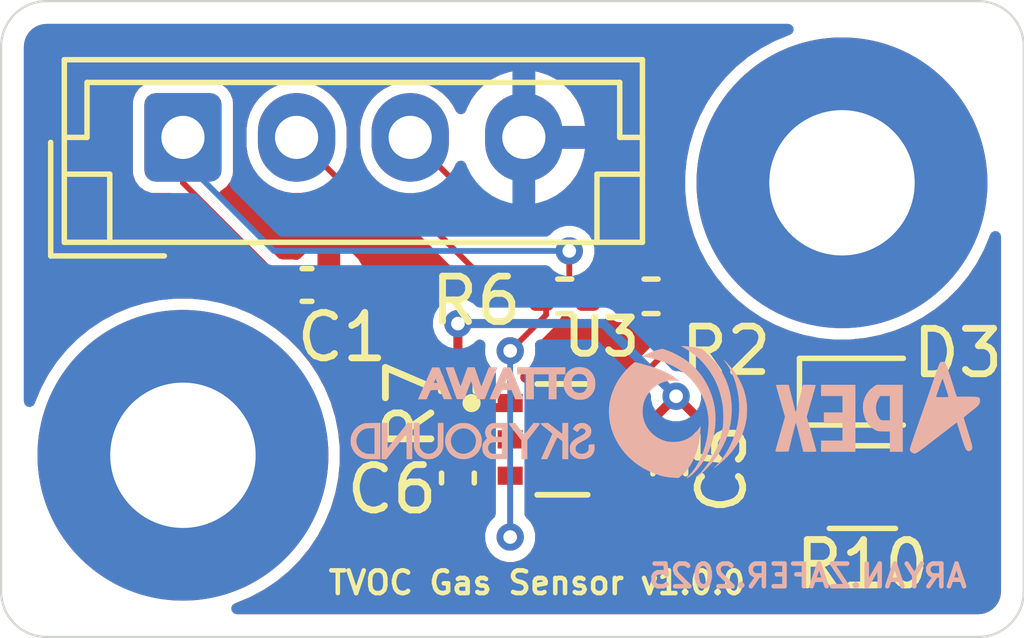
<source format=kicad_pcb>
(kicad_pcb (version 20241229) (generator "pcbnew") (generator_version "9.0")
  (title_block (title "TVOC Gas Sensor") (rev "v1.0.0") (company "Ottawa Skybound") (comment 1 "Designed by Aryan Zafer w/ Joshua Gallinger"))
  (layers (0 "F.Cu" signal) (2 "B.Cu" signal) (13 "F.Paste" user) (15 "B.Paste" user) (5 "F.SilkS" user "F.Silkscreen") (7 "B.SilkS" user "B.Silkscreen") (1 "F.Mask" user) (3 "B.Mask" user) (25 "Edge.Cuts" user))
  (net 0 "")
  (net 1 "+3.3V")
  (net 2 "GND")
  (net 3 "Net-(D3-A)")
  (net 4 "SDA")
  (net 5 "SCL")
  (net 6 "Net-(U3-VDD)")
  (footprint "LED_SMD:LED_0603_1608Metric" (layer "F.Cu") (at 155.45 100.5)
    (property "Reference" "D3" (at 2 -0.85 0) (layer "F.SilkS"))
    (property "Value" "LED" (hide yes))
    (pad "1" smd roundrect (at -0.7875 0) (size 0.875 0.95) (layers "F.Cu" "F.Mask" "F.Paste") (net 2 "GND"))
    (pad "2" smd roundrect (at 0.7875 0) (size 0.875 0.95) (layers "F.Cu" "F.Mask" "F.Paste") (net 3 "Net-(D3-A)"))
  )
  (footprint "Capacitor_SMD:C_0402_1005Metric" (layer "F.Cu") (at 151.1 102.2 -90)
    (property "Reference" "C5" (at 0 -1.16 90) (layer "F.SilkS"))
    (property "Value" "0.1uF" (hide yes))
    (pad "1" smd roundrect (at -0.48 0 270) (size 0.56 0.62) (layers "F.Cu" "F.Mask" "F.Paste") (net 1 "+3.3V"))
    (pad "2" smd roundrect (at 0.48 0 270) (size 0.56 0.62) (layers "F.Cu" "F.Mask" "F.Paste") (net 2 "GND"))
  )
  (footprint "Gas Sensor:XCDR_SGP40-D-R4" (layer "F.Cu") (at 148.75 101.55)
    (property "Reference" "U3" (at 0.865 -2.258 0) (layer "F.SilkS") (effects (font (size 0.8 0.8))))
    (property "Value" "SGP40-D-R4" (hide yes))
    (pad "1" smd rect (at -1.15 -0.8) (size 0.55 0.4) (layers "F.Cu" "F.Mask" "F.Paste") (net 6 "Net-(U3-VDD)"))
    (pad "2" smd rect (at -1.15 0) (size 0.55 0.4) (layers "F.Cu" "F.Mask" "F.Paste") (net 2 "GND"))
    (pad "3" smd rect (at -1.15 0.8) (size 0.55 0.4) (layers "F.Cu" "F.Mask" "F.Paste") (net 4 "SDA"))
    (pad "4" smd rect (at 1.15 0.8) (size 0.55 0.4) (layers "F.Cu" "F.Mask" "F.Paste") (net 2 "GND"))
    (pad "5" smd rect (at 1.15 0) (size 0.55 0.4) (layers "F.Cu" "F.Mask" "F.Paste") (net 1 "+3.3V"))
    (pad "6" smd rect (at 1.15 -0.8) (size 0.55 0.4) (layers "F.Cu" "F.Mask" "F.Paste") (net 5 "SCL"))
    (pad "7" smd custom (at 0 0) (size 1 1) (layers "F.Cu") (net 2 "GND") (options (clearance outline) (anchor rect)) (primitives (gr_poly (pts (xy -0.625 0.85) (xy -0.625 -0.55) (xy -0.325 -0.85) (xy 0.625 -0.85) (xy 0.625 0.85)) (width 0.01) (fill yes))))
  )
  (footprint "Capacitor_SMD:C_0402_1005Metric" (layer "F.Cu") (at 146.45 102.4 -90)
    (property "Reference" "C6" (at 0.25 1.45 180) (layer "F.SilkS"))
    (property "Value" "0.1uF" (hide yes))
    (pad "1" smd roundrect (at -0.48 0 270) (size 0.56 0.62) (layers "F.Cu" "F.Mask" "F.Paste") (net 6 "Net-(U3-VDD)"))
    (pad "2" smd roundrect (at 0.48 0 270) (size 0.56 0.62) (layers "F.Cu" "F.Mask" "F.Paste") (net 2 "GND"))
  )
  (footprint "Resistor_SMD:R_0402_1005Metric" (layer "F.Cu") (at 148.8 98.4)
    (property "Reference" "R6" (at -1.95 0.1 0) (layer "F.SilkS"))
    (property "Value" "10k" (hide yes))
    (pad "1" smd roundrect (at -0.51 0) (size 0.54 0.64) (layers "F.Cu" "F.Mask" "F.Paste") (net 4 "SDA"))
    (pad "2" smd roundrect (at 0.51 0) (size 0.54 0.64) (layers "F.Cu" "F.Mask" "F.Paste") (net 1 "+3.3V"))
  )
  (footprint "Resistor_SMD:R_0402_1005Metric" (layer "F.Cu") (at 146.45 100.34 90)
    (property "Reference" "R7" (at -0.46 -1.05 90) (layer "F.SilkS"))
    (property "Value" "4.7" (hide yes))
    (pad "1" smd roundrect (at -0.51 0 90) (size 0.54 0.64) (layers "F.Cu" "F.Mask" "F.Paste") (net 6 "Net-(U3-VDD)"))
    (pad "2" smd roundrect (at 0.51 0 90) (size 0.54 0.64) (layers "F.Cu" "F.Mask" "F.Paste") (net 1 "+3.3V"))
  )
  (footprint "Connector_JST:JST_EH_B4B-EH-A_1x04_P2.50mm_Vertical" (layer "F.Cu") (at 140.4 94.9)
    (property "Reference" "J1" (hide yes))
    (property "Value" "Conn_Sensors" (hide yes))
    (pad "1" thru_hole roundrect (at 0 0) (size 1.7 1.95) (drill 0.95) (layers "*.Cu" "*.Mask") (roundrect_rratio 0.147059) (net 1 "+3.3V"))
    (pad "2" thru_hole oval (at 2.5 0) (size 1.7 1.95) (drill 0.95) (layers "*.Cu" "*.Mask") (net 4 "SDA"))
    (pad "3" thru_hole oval (at 5 0) (size 1.7 1.95) (drill 0.95) (layers "*.Cu" "*.Mask") (net 5 "SCL"))
    (pad "4" thru_hole oval (at 7.5 0) (size 1.7 1.95) (drill 0.95) (layers "*.Cu" "*.Mask") (net 2 "GND"))
  )
  (footprint "MountingHole:MountingHole_3.2mm_M3_Pad" (layer "F.Cu") (at 140.4 101.9)
    (property "Reference" "REF**" (hide yes))
    (property "Value" "MountingHole_3.2mm_M3_Pad" (hide yes))
    (pad "1" thru_hole circle (at 0 0) (size 6.4 6.4) (drill 3.2) (layers "*.Cu" "*.Mask"))
  )
  (footprint "Resistor_SMD:R_0402_1005Metric" (layer "F.Cu") (at 150.7 98.4)
    (property "Reference" "R2" (at 1.65 1.2 0) (layer "F.SilkS"))
    (property "Value" "10k" (hide yes))
    (pad "1" smd roundrect (at -0.51 0) (size 0.54 0.64) (layers "F.Cu" "F.Mask" "F.Paste") (net 1 "+3.3V"))
    (pad "2" smd roundrect (at 0.51 0) (size 0.54 0.64) (layers "F.Cu" "F.Mask" "F.Paste") (net 5 "SCL"))
  )
  (footprint "Resistor_SMD:R_1206_3216Metric" (layer "F.Cu") (at 155.35 102.6)
    (property "Reference" "R10" (at 0 1.7 0) (layer "F.SilkS"))
    (property "Value" "220" (hide yes))
    (pad "1" smd roundrect (at -1.4625 0) (size 1.125 1.75) (layers "F.Cu" "F.Mask" "F.Paste") (roundrect_rratio 0.222222) (net 1 "+3.3V"))
    (pad "2" smd roundrect (at 1.4625 0) (size 1.125 1.75) (layers "F.Cu" "F.Mask" "F.Paste") (roundrect_rratio 0.222222) (net 3 "Net-(D3-A)"))
  )
  (footprint "MountingHole:MountingHole_3.2mm_M3_Pad" (layer "F.Cu") (at 154.9 95.9)
    (property "Reference" "REF**" (hide yes))
    (property "Value" "MountingHole_3.2mm_M3_Pad" (hide yes))
    (pad "1" thru_hole circle (at 0 0) (size 6.4 6.4) (drill 3.2) (layers "*.Cu" "*.Mask"))
  )
  (footprint "Capacitor_SMD:C_0402_1005Metric" (layer "F.Cu") (at 143.13 98.15)
    (property "Reference" "C1" (at 0.77 1.15 0) (layer "F.SilkS"))
    (property "Value" "10uF" (hide yes))
    (pad "1" smd roundrect (at -0.48 0) (size 0.56 0.62) (layers "F.Cu" "F.Mask" "F.Paste") (net 1 "+3.3V"))
    (pad "2" smd roundrect (at 0.48 0) (size 0.56 0.62) (layers "F.Cu" "F.Mask" "F.Paste") (net 2 "GND"))
  )
  (footprint "LOGO" (layer "B.Cu") (at 148.421264 101.042921 180)
    (property "Reference" "G***" (hide yes))
    (property "Value" "LOGO" (hide yes))
  )
  (footprint "LOGO" (layer "B.Cu") (at 155.5 100.800101 180)
    (property "Reference" "G***" (hide yes))
    (property "Value" "LOGO" (hide yes))
  )
  (gr_line (start 137.4 91.9) (end 157.9 91.9) (stroke (width 0.05)) (layer "Edge.Cuts"))
  (gr_arc (start 136.4 92.9) (mid 136.692893 92.192893) (end 137.4 91.9) (stroke (width 0.05)) (layer "Edge.Cuts"))
  (gr_line (start 136.4 104.9) (end 136.4 92.9) (stroke (width 0.05)) (layer "Edge.Cuts"))
  (gr_arc (start 158.9 104.9) (mid 158.607107 105.607107) (end 157.9 105.9) (stroke (width 0.05)) (layer "Edge.Cuts"))
  (gr_line (start 158.9 92.9) (end 158.9 104.9) (stroke (width 0.05)) (layer "Edge.Cuts"))
  (gr_line (start 157.9 105.9) (end 137.4 105.9) (stroke (width 0.05)) (layer "Edge.Cuts"))
  (gr_arc (start 137.4 105.9) (mid 136.692893 105.607107) (end 136.4 104.9) (stroke (width 0.05)) (layer "Edge.Cuts"))
  (gr_arc (start 157.9 91.9) (mid 158.607107 92.192893) (end 158.9 92.9) (stroke (width 0.05)) (layer "Edge.Cuts"))
  (gr_text "TVOC Gas Sensor v1.0.0" (at 143.55 105 0) (layer "F.SilkS") (effects (font (size 0.5 0.5) (thickness 0.1) (bold yes)) (justify left bottom)))
  (gr_text "ARYAN.ZAFER.2025" (at 157.7 104.85 -0) (layer "B.SilkS") (effects (font (size 0.5 0.5) (thickness 0.1) (bold yes)) (justify left bottom mirror)))
  (segment (start 140.4 94.9) (end 140.4 95.9) (width 0.127) (layer "F.Cu") (net 1))
  (segment (start 152.3875 101.1) (end 151.75 101.1) (width 0.2) (layer "F.Cu") (net 1))
  (segment (start 153.8875 102.6) (end 152.3875 101.1) (width 0.2) (layer "F.Cu") (net 1))
  (segment (start 144.33 99.83) (end 146.45 99.83) (width 0.127) (layer "F.Cu") (net 1))
  (segment (start 149.31 98.4) (end 150.19 98.4) (width 0.127) (layer "F.Cu") (net 1))
  (segment (start 140.4 95.9) (end 144.33 99.83) (width 0.127) (layer "F.Cu") (net 1))
  (segment (start 151.1 101.72) (end 151.1 101.35) (width 0.2) (layer "F.Cu") (net 1))
  (segment (start 146.45 99) (end 146.45 99.83) (width 0.2) (layer "F.Cu") (net 1))
  (segment (start 150.3 101.55) (end 150.8 101.05) (width 0.2) (layer "F.Cu") (net 1))
  (segment (start 149.9 101.55) (end 150.3 101.55) (width 0.2) (layer "F.Cu") (net 1))
  (segment (start 148.9 97.4) (end 148.9 97.99) (width 0.127) (layer "F.Cu") (net 1))
  (segment (start 151.75 101.1) (end 151.25 100.6) (width 0.2) (layer "F.Cu") (net 1))
  (segment (start 151.1 101.35) (end 150.8 101.05) (width 0.2) (layer "F.Cu") (net 1))
  (segment (start 148.9 97.99) (end 149.31 98.4) (width 0.127) (layer "F.Cu") (net 1))
  (segment (start 150.8 101.05) (end 151.25 100.6) (width 0.2) (layer "F.Cu") (net 1))
  (via (at 151.25 100.6) (size 0.6) (drill 0.3) (layers "F.Cu" "B.Cu") (net 1))
  (via (at 148.9 97.4) (size 0.6) (drill 0.3) (layers "F.Cu" "B.Cu") (net 1))
  (via (at 146.45 99) (size 0.6) (drill 0.3) (layers "F.Cu" "B.Cu") (net 1))
  (segment (start 140.4 95.4) (end 140.4 94.9) (width 0.127) (layer "B.Cu") (net 1))
  (segment (start 146.451 98.999) (end 146.45 99) (width 0.2) (layer "B.Cu") (net 1))
  (segment (start 148.9 97.4) (end 142.4 97.4) (width 0.127) (layer "B.Cu") (net 1))
  (segment (start 149.649 98.999) (end 146.451 98.999) (width 0.2) (layer "B.Cu") (net 1))
  (segment (start 151.25 100.6) (end 149.649 98.999) (width 0.2) (layer "B.Cu") (net 1))
  (segment (start 142.4 97.4) (end 140.4 95.4) (width 0.127) (layer "B.Cu") (net 1))
  (segment (start 147.6 101.55) (end 148.75 101.55) (width 0.2) (layer "F.Cu") (net 2))
  (segment (start 156.8125 101.075) (end 156.2375 100.5) (width 0.2) (layer "F.Cu") (net 3))
  (segment (start 156.8125 102.6) (end 156.8125 101.075) (width 0.2) (layer "F.Cu") (net 3))
  (segment (start 148.39 98.81) (end 147.6 99.6) (width 0.127) (layer "F.Cu") (net 4))
  (segment (start 147.6 103.7) (end 147.6 102.35) (width 0.127) (layer "F.Cu") (net 4))
  (segment (start 144.4 96.4) (end 142.9 94.9) (width 0.127) (layer "F.Cu") (net 4))
  (segment (start 147.4 98.4) (end 145.4 96.4) (width 0.127) (layer "F.Cu") (net 4))
  (segment (start 148.4875 98.4) (end 148.39 98.4) (width 0.127) (layer "F.Cu") (net 4))
  (segment (start 147.4 98.4) (end 148.29 98.4) (width 0.127) (layer "F.Cu") (net 4))
  (segment (start 145.4 96.4) (end 144.4 96.4) (width 0.127) (layer "F.Cu") (net 4))
  (segment (start 148.39 98.4) (end 148.39 98.81) (width 0.127) (layer "F.Cu") (net 4))
  (via (at 147.6 103.7) (size 0.6) (drill 0.3) (layers "F.Cu" "B.Cu") (net 4))
  (via (at 147.6 99.6) (size 0.6) (drill 0.3) (layers "F.Cu" "B.Cu") (net 4))
  (segment (start 147.6 99.6) (end 147.6 103.7) (width 0.127) (layer "B.Cu") (net 4))
  (segment (start 149.42 96.61) (end 149.42 96.6) (width 0.127) (layer "F.Cu") (net 5))
  (segment (start 151.21 98.4) (end 149.42 96.61) (width 0.127) (layer "F.Cu") (net 5))
  (segment (start 151.21 99.44) (end 149.9 100.75) (width 0.127) (layer "F.Cu") (net 5))
  (segment (start 149.42 96.6) (end 147.1 96.6) (width 0.127) (layer "F.Cu") (net 5))
  (segment (start 147.1 96.6) (end 145.4 94.9) (width 0.127) (layer "F.Cu") (net 5))
  (segment (start 151.21 98.4) (end 151.21 99.44) (width 0.127) (layer "F.Cu") (net 5))
  (segment (start 146.45 100.85) (end 147.5 100.85) (width 0.2) (layer "F.Cu") (net 6))
  (segment (start 146.45 101.92) (end 146.45 100.85) (width 0.2) (layer "F.Cu") (net 6))
  (segment (start 147.5 100.85) (end 147.6 100.75) (width 0.2) (layer "F.Cu") (net 6))
  (zone (net 2) (net_name "GND") (layers "F.Cu" "B.Cu") (connect_pads (clearance 0.25)) (min_thickness 0.25) (fill yes (thermal_gap 0.5) (thermal_bridge_width 0.5))
    (polygon (pts (xy 136.4 91.9) (xy 136.4 105.9) (xy 158.9 105.9) (xy 158.9 91.9)))
  )
)
</source>
